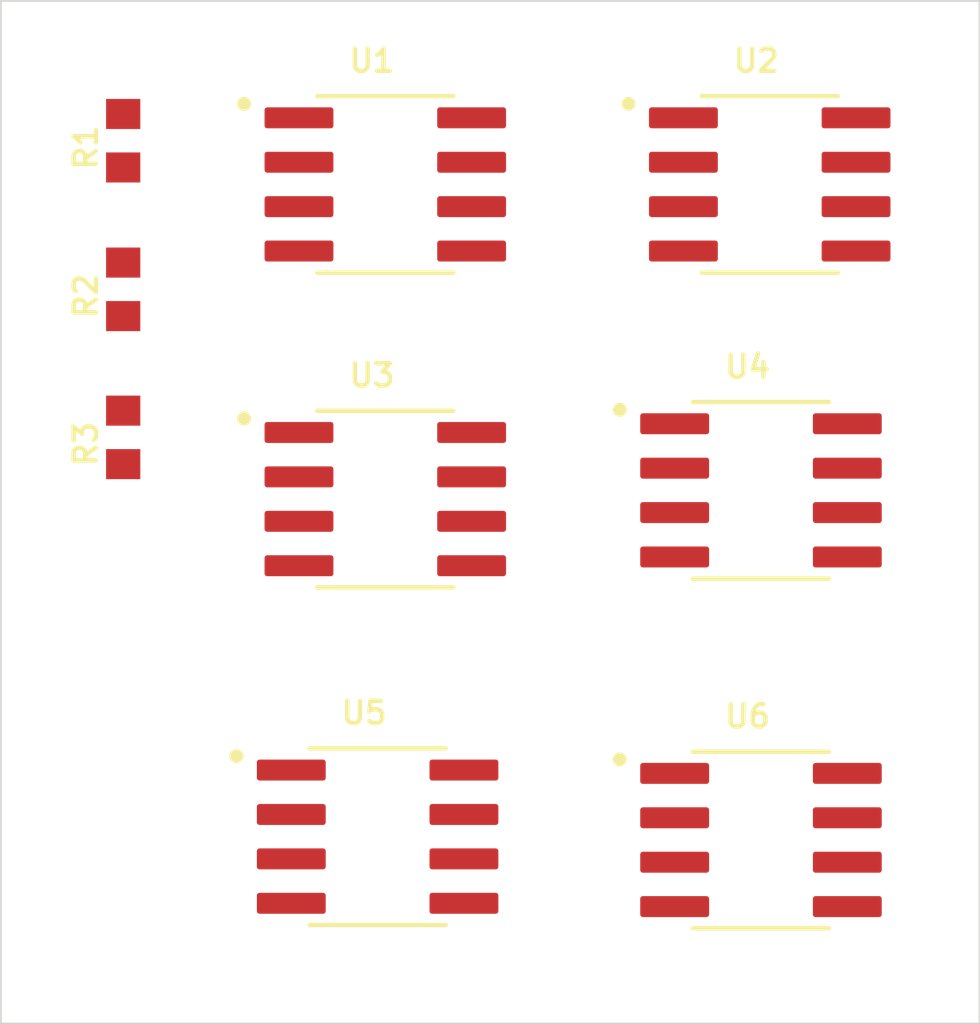
<source format=kicad_pcb>
(kicad_pcb (version 20241229) (generator "pcbnew") (generator_version "9.0")
  (layers (0 "F.Cu" signal) (2 "B.Cu" signal) (13 "F.Paste" user) (15 "B.Paste" user) (5 "F.SilkS" user "F.Silkscreen") (7 "B.SilkS" user "B.Silkscreen") (1 "F.Mask" user) (3 "B.Mask" user) (25 "Edge.Cuts" user))
  (net 0 "")
  (footprint "LM78L05ACMX_NOPB:SOIC127P599X175-8N" (layer "F.Cu") (at 161.03 105.405)
    (property "Reference" "U5" (at -0.385 -3.537 0) (layer "F.SilkS") (effects (font (size 0.635 0.635) (thickness 0.127))))
    (property "Value" "LM78L05ACMX")
    (fp_line (start -1.95 -2.525) (end 1.95 -2.525) (stroke (width 0.127)) (layer "F.SilkS"))
    (fp_line (start -1.95 2.525) (end 1.95 2.525) (stroke (width 0.127)) (layer "F.SilkS"))
    (fp_circle (center -4.04 -2.305) (end -3.94 -2.305) (stroke (width 0.2)) (fill no) (layer "F.SilkS"))
    (pad "1" smd roundrect (at -2.47 -1.905) (size 1.97 0.6) (layers "F.Cu" "F.Mask" "F.Paste") (roundrect_rratio 0.125))
    (pad "2" smd roundrect (at -2.47 -0.635) (size 1.97 0.6) (layers "F.Cu" "F.Mask" "F.Paste") (roundrect_rratio 0.125))
    (pad "3" smd roundrect (at -2.47 0.635) (size 1.97 0.6) (layers "F.Cu" "F.Mask" "F.Paste") (roundrect_rratio 0.125))
    (pad "4" smd roundrect (at -2.47 1.905) (size 1.97 0.6) (layers "F.Cu" "F.Mask" "F.Paste") (roundrect_rratio 0.125))
    (pad "5" smd roundrect (at 2.47 1.905) (size 1.97 0.6) (layers "F.Cu" "F.Mask" "F.Paste") (roundrect_rratio 0.125))
    (pad "6" smd roundrect (at 2.47 0.635) (size 1.97 0.6) (layers "F.Cu" "F.Mask" "F.Paste") (roundrect_rratio 0.125))
    (pad "7" smd roundrect (at 2.47 -0.635) (size 1.97 0.6) (layers "F.Cu" "F.Mask" "F.Paste") (roundrect_rratio 0.125))
    (pad "8" smd roundrect (at 2.47 -1.905) (size 1.97 0.6) (layers "F.Cu" "F.Mask" "F.Paste") (roundrect_rratio 0.125))
  )
  (footprint "LM79L05ACMX_NOPB:SOIC127P599X175-8N" (layer "F.Cu") (at 172 105.5)
    (property "Reference" "U6" (at -0.385 -3.537 0) (layer "F.SilkS") (effects (font (size 0.635 0.635) (thickness 0.127))))
    (property "Value" "LM79L05ACMX")
    (fp_line (start -1.95 -2.525) (end 1.95 -2.525) (stroke (width 0.127)) (layer "F.SilkS"))
    (fp_line (start -1.95 2.525) (end 1.95 2.525) (stroke (width 0.127)) (layer "F.SilkS"))
    (fp_circle (center -4.04 -2.305) (end -3.94 -2.305) (stroke (width 0.2)) (fill no) (layer "F.SilkS"))
    (pad "1" smd roundrect (at -2.47 -1.905) (size 1.97 0.6) (layers "F.Cu" "F.Mask" "F.Paste") (roundrect_rratio 0.125))
    (pad "2" smd roundrect (at -2.47 -0.635) (size 1.97 0.6) (layers "F.Cu" "F.Mask" "F.Paste") (roundrect_rratio 0.125))
    (pad "3" smd roundrect (at -2.47 0.635) (size 1.97 0.6) (layers "F.Cu" "F.Mask" "F.Paste") (roundrect_rratio 0.125))
    (pad "4" smd roundrect (at -2.47 1.905) (size 1.97 0.6) (layers "F.Cu" "F.Mask" "F.Paste") (roundrect_rratio 0.125))
    (pad "5" smd roundrect (at 2.47 1.905) (size 1.97 0.6) (layers "F.Cu" "F.Mask" "F.Paste") (roundrect_rratio 0.125))
    (pad "6" smd roundrect (at 2.47 0.635) (size 1.97 0.6) (layers "F.Cu" "F.Mask" "F.Paste") (roundrect_rratio 0.125))
    (pad "7" smd roundrect (at 2.47 -0.635) (size 1.97 0.6) (layers "F.Cu" "F.Mask" "F.Paste") (roundrect_rratio 0.125))
    (pad "8" smd roundrect (at 2.47 -1.905) (size 1.97 0.6) (layers "F.Cu" "F.Mask" "F.Paste") (roundrect_rratio 0.125))
  )
  (footprint "CRCW0603357RFKEA:RESC1508X50N" (layer "F.Cu") (at 153.75 85.5 90)
    (property "Reference" "R1" (at -0.19 -1.07 90) (layer "F.SilkS") (effects (font (size 0.635 0.635) (thickness 0.127))))
    (property "Value" "357")
    (pad "1" smd rect (at -0.765 0 90) (size 0.86 0.98) (layers "F.Cu" "F.Mask" "F.Paste"))
    (pad "2" smd rect (at 0.765 0 90) (size 0.86 0.98) (layers "F.Cu" "F.Mask" "F.Paste"))
  )
  (footprint "LM78L15ACMX_NOPB:SOIC127P599X175-8N" (layer "F.Cu") (at 161.25 86.75)
    (property "Reference" "U1" (at -0.385 -3.537 0) (layer "F.SilkS") (effects (font (size 0.635 0.635) (thickness 0.127))))
    (property "Value" "LM78L15ACMX")
    (fp_line (start -1.95 -2.525) (end 1.95 -2.525) (stroke (width 0.127)) (layer "F.SilkS"))
    (fp_line (start -1.95 2.525) (end 1.95 2.525) (stroke (width 0.127)) (layer "F.SilkS"))
    (fp_circle (center -4.04 -2.305) (end -3.94 -2.305) (stroke (width 0.2)) (fill no) (layer "F.SilkS"))
    (pad "1" smd roundrect (at -2.47 -1.905) (size 1.97 0.6) (layers "F.Cu" "F.Mask" "F.Paste") (roundrect_rratio 0.125))
    (pad "2" smd roundrect (at -2.47 -0.635) (size 1.97 0.6) (layers "F.Cu" "F.Mask" "F.Paste") (roundrect_rratio 0.125))
    (pad "3" smd roundrect (at -2.47 0.635) (size 1.97 0.6) (layers "F.Cu" "F.Mask" "F.Paste") (roundrect_rratio 0.125))
    (pad "4" smd roundrect (at -2.47 1.905) (size 1.97 0.6) (layers "F.Cu" "F.Mask" "F.Paste") (roundrect_rratio 0.125))
    (pad "5" smd roundrect (at 2.47 1.905) (size 1.97 0.6) (layers "F.Cu" "F.Mask" "F.Paste") (roundrect_rratio 0.125))
    (pad "6" smd roundrect (at 2.47 0.635) (size 1.97 0.6) (layers "F.Cu" "F.Mask" "F.Paste") (roundrect_rratio 0.125))
    (pad "7" smd roundrect (at 2.47 -0.635) (size 1.97 0.6) (layers "F.Cu" "F.Mask" "F.Paste") (roundrect_rratio 0.125))
    (pad "8" smd roundrect (at 2.47 -1.905) (size 1.97 0.6) (layers "F.Cu" "F.Mask" "F.Paste") (roundrect_rratio 0.125))
  )
  (footprint "CRCW0603806RFKEA:RESC1508X50N" (layer "F.Cu") (at 153.75 93.985 90)
    (property "Reference" "R3" (at -0.19 -1.07 90) (layer "F.SilkS") (effects (font (size 0.635 0.635) (thickness 0.127))))
    (property "Value" "806")
    (pad "1" smd rect (at -0.765 0 90) (size 0.86 0.98) (layers "F.Cu" "F.Mask" "F.Paste"))
    (pad "2" smd rect (at 0.765 0 90) (size 0.86 0.98) (layers "F.Cu" "F.Mask" "F.Paste"))
  )
  (footprint "CRCW0603499RFKEA:RESC1508X50N" (layer "F.Cu") (at 153.75 89.75 90)
    (property "Reference" "R2" (at -0.19 -1.07 90) (layer "F.SilkS") (effects (font (size 0.635 0.635) (thickness 0.127))))
    (property "Value" "499")
    (pad "1" smd rect (at -0.765 0 90) (size 0.86 0.98) (layers "F.Cu" "F.Mask" "F.Paste"))
    (pad "2" smd rect (at 0.765 0 90) (size 0.86 0.98) (layers "F.Cu" "F.Mask" "F.Paste"))
  )
  (footprint "LM79L15ACMX_NOPB_NOPB:SOIC127P599X175-8N" (layer "F.Cu") (at 172.25 86.75)
    (property "Reference" "U2" (at -0.385 -3.537 0) (layer "F.SilkS") (effects (font (size 0.635 0.635) (thickness 0.127))))
    (property "Value" "LM79L15ACMX")
    (fp_line (start -1.95 -2.525) (end 1.95 -2.525) (stroke (width 0.127)) (layer "F.SilkS"))
    (fp_line (start -1.95 2.525) (end 1.95 2.525) (stroke (width 0.127)) (layer "F.SilkS"))
    (fp_circle (center -4.04 -2.305) (end -3.94 -2.305) (stroke (width 0.2)) (fill no) (layer "F.SilkS"))
    (pad "1" smd roundrect (at -2.47 -1.905) (size 1.97 0.6) (layers "F.Cu" "F.Mask" "F.Paste") (roundrect_rratio 0.125))
    (pad "2" smd roundrect (at -2.47 -0.635) (size 1.97 0.6) (layers "F.Cu" "F.Mask" "F.Paste") (roundrect_rratio 0.125))
    (pad "3" smd roundrect (at -2.47 0.635) (size 1.97 0.6) (layers "F.Cu" "F.Mask" "F.Paste") (roundrect_rratio 0.125))
    (pad "4" smd roundrect (at -2.47 1.905) (size 1.97 0.6) (layers "F.Cu" "F.Mask" "F.Paste") (roundrect_rratio 0.125))
    (pad "5" smd roundrect (at 2.47 1.905) (size 1.97 0.6) (layers "F.Cu" "F.Mask" "F.Paste") (roundrect_rratio 0.125))
    (pad "6" smd roundrect (at 2.47 0.635) (size 1.97 0.6) (layers "F.Cu" "F.Mask" "F.Paste") (roundrect_rratio 0.125))
    (pad "7" smd roundrect (at 2.47 -0.635) (size 1.97 0.6) (layers "F.Cu" "F.Mask" "F.Paste") (roundrect_rratio 0.125))
    (pad "8" smd roundrect (at 2.47 -1.905) (size 1.97 0.6) (layers "F.Cu" "F.Mask" "F.Paste") (roundrect_rratio 0.125))
  )
  (footprint "LM78L05ACMX_NOPB:SOIC127P599X175-8N" (layer "F.Cu") (at 161.25 95.75)
    (property "Reference" "U3" (at -0.385 -3.537 0) (layer "F.SilkS") (effects (font (size 0.635 0.635) (thickness 0.127))))
    (property "Value" "LM78L05ACMX")
    (fp_line (start -1.95 -2.525) (end 1.95 -2.525) (stroke (width 0.127)) (layer "F.SilkS"))
    (fp_line (start -1.95 2.525) (end 1.95 2.525) (stroke (width 0.127)) (layer "F.SilkS"))
    (fp_circle (center -4.04 -2.305) (end -3.94 -2.305) (stroke (width 0.2)) (fill no) (layer "F.SilkS"))
    (pad "1" smd roundrect (at -2.47 -1.905) (size 1.97 0.6) (layers "F.Cu" "F.Mask" "F.Paste") (roundrect_rratio 0.125))
    (pad "2" smd roundrect (at -2.47 -0.635) (size 1.97 0.6) (layers "F.Cu" "F.Mask" "F.Paste") (roundrect_rratio 0.125))
    (pad "3" smd roundrect (at -2.47 0.635) (size 1.97 0.6) (layers "F.Cu" "F.Mask" "F.Paste") (roundrect_rratio 0.125))
    (pad "4" smd roundrect (at -2.47 1.905) (size 1.97 0.6) (layers "F.Cu" "F.Mask" "F.Paste") (roundrect_rratio 0.125))
    (pad "5" smd roundrect (at 2.47 1.905) (size 1.97 0.6) (layers "F.Cu" "F.Mask" "F.Paste") (roundrect_rratio 0.125))
    (pad "6" smd roundrect (at 2.47 0.635) (size 1.97 0.6) (layers "F.Cu" "F.Mask" "F.Paste") (roundrect_rratio 0.125))
    (pad "7" smd roundrect (at 2.47 -0.635) (size 1.97 0.6) (layers "F.Cu" "F.Mask" "F.Paste") (roundrect_rratio 0.125))
    (pad "8" smd roundrect (at 2.47 -1.905) (size 1.97 0.6) (layers "F.Cu" "F.Mask" "F.Paste") (roundrect_rratio 0.125))
  )
  (footprint "LM79L05ACMX_NOPB:SOIC127P599X175-8N" (layer "F.Cu") (at 172 95.5)
    (property "Reference" "U4" (at -0.385 -3.537 0) (layer "F.SilkS") (effects (font (size 0.635 0.635) (thickness 0.127))))
    (property "Value" "LM79L05ACMX")
    (fp_line (start -1.95 -2.525) (end 1.95 -2.525) (stroke (width 0.127)) (layer "F.SilkS"))
    (fp_line (start -1.95 2.525) (end 1.95 2.525) (stroke (width 0.127)) (layer "F.SilkS"))
    (fp_circle (center -4.04 -2.305) (end -3.94 -2.305) (stroke (width 0.2)) (fill no) (layer "F.SilkS"))
    (pad "1" smd roundrect (at -2.47 -1.905) (size 1.97 0.6) (layers "F.Cu" "F.Mask" "F.Paste") (roundrect_rratio 0.125))
    (pad "2" smd roundrect (at -2.47 -0.635) (size 1.97 0.6) (layers "F.Cu" "F.Mask" "F.Paste") (roundrect_rratio 0.125))
    (pad "3" smd roundrect (at -2.47 0.635) (size 1.97 0.6) (layers "F.Cu" "F.Mask" "F.Paste") (roundrect_rratio 0.125))
    (pad "4" smd roundrect (at -2.47 1.905) (size 1.97 0.6) (layers "F.Cu" "F.Mask" "F.Paste") (roundrect_rratio 0.125))
    (pad "5" smd roundrect (at 2.47 1.905) (size 1.97 0.6) (layers "F.Cu" "F.Mask" "F.Paste") (roundrect_rratio 0.125))
    (pad "6" smd roundrect (at 2.47 0.635) (size 1.97 0.6) (layers "F.Cu" "F.Mask" "F.Paste") (roundrect_rratio 0.125))
    (pad "7" smd roundrect (at 2.47 -0.635) (size 1.97 0.6) (layers "F.Cu" "F.Mask" "F.Paste") (roundrect_rratio 0.125))
    (pad "8" smd roundrect (at 2.47 -1.905) (size 1.97 0.6) (layers "F.Cu" "F.Mask" "F.Paste") (roundrect_rratio 0.125))
  )
  (gr_rect (start 150.25 81.5) (end 178.25 110.75) (stroke (width 0.05)) (fill no) (layer "Edge.Cuts"))
)
</source>
